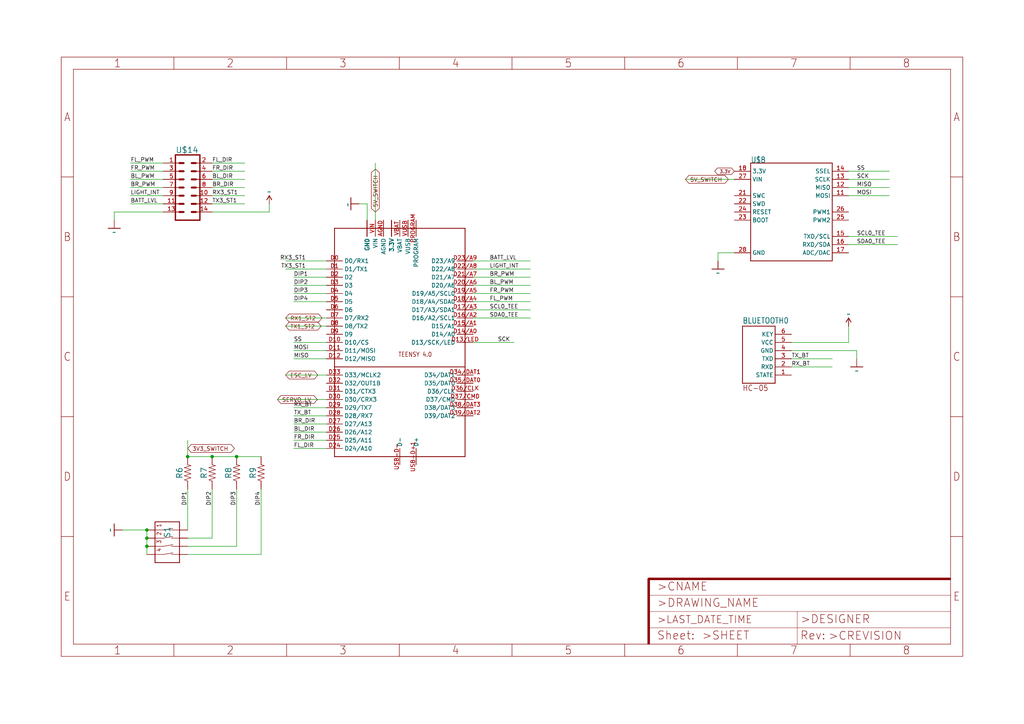
<source format=kicad_sch>
(kicad_sch (version 20211123) (generator eeschema)
  (paper "User" 318.77 225.501)
  (lib_symbols
    (symbol "layer3-eagle-import:3.3V" (power)
      (property "Value" "3.3V" (at 0 2.794 0))
      (symbol "3.3V_1_0"
        (polyline (pts (xy 0 2.54) (xy -0.762 1.27)) (stroke (width 0.254)))
        (polyline (pts (xy 0.762 1.27) (xy 0 2.54)) (stroke (width 0.254)))
        (pin power_in line (at 0 0 90) (length 2.54) (name "3.3V") (number "1"))
      )
    )
    (symbol "layer3-eagle-import:CONN_07X2"
      (property "Value" "CONN_07X2" (at -3.81 -12.446 0))
      (symbol "CONN_07X2_1_0"
        (polyline (pts (xy -3.81 10.16) (xy -3.81 -10.16)) (stroke (width 0.4064)))
        (polyline (pts (xy -3.81 10.16) (xy 3.81 10.16)) (stroke (width 0.4064)))
        (polyline (pts (xy -1.27 -7.62) (xy -2.54 -7.62)) (stroke (width 0.6096)))
        (polyline (pts (xy -1.27 -5.08) (xy -2.54 -5.08)) (stroke (width 0.6096)))
        (polyline (pts (xy -1.27 -2.54) (xy -2.54 -2.54)) (stroke (width 0.6096)))
        (polyline (pts (xy -1.27 0) (xy -2.54 0)) (stroke (width 0.6096)))
        (polyline (pts (xy -1.27 2.54) (xy -2.54 2.54)) (stroke (width 0.6096)))
        (polyline (pts (xy -1.27 5.08) (xy -2.54 5.08)) (stroke (width 0.6096)))
        (polyline (pts (xy -1.27 7.62) (xy -2.54 7.62)) (stroke (width 0.6096)))
        (polyline (pts (xy 1.27 -7.62) (xy 2.54 -7.62)) (stroke (width 0.6096)))
        (polyline (pts (xy 1.27 -5.08) (xy 2.54 -5.08)) (stroke (width 0.6096)))
        (polyline (pts (xy 1.27 -2.54) (xy 2.54 -2.54)) (stroke (width 0.6096)))
        (polyline (pts (xy 1.27 0) (xy 2.54 0)) (stroke (width 0.6096)))
        (polyline (pts (xy 1.27 2.54) (xy 2.54 2.54)) (stroke (width 0.6096)))
        (polyline (pts (xy 1.27 5.08) (xy 2.54 5.08)) (stroke (width 0.6096)))
        (polyline (pts (xy 1.27 7.62) (xy 2.54 7.62)) (stroke (width 0.6096)))
        (polyline (pts (xy 3.81 -10.16) (xy -3.81 -10.16)) (stroke (width 0.4064)))
        (polyline (pts (xy 3.81 -10.16) (xy 3.81 10.16)) (stroke (width 0.4064)))
        (pin passive line (at -7.62 7.62 0) (length 5.08) (name "1") (number "1"))
        (pin passive line (at 7.62 -2.54 180) (length 5.08) (name "10") (number "10"))
        (pin passive line (at -7.62 -5.08 0) (length 5.08) (name "11") (number "11"))
        (pin passive line (at 7.62 -5.08 180) (length 5.08) (name "12") (number "12"))
        (pin passive line (at -7.62 -7.62 0) (length 5.08) (name "13") (number "13"))
        (pin passive line (at 7.62 -7.62 180) (length 5.08) (name "14") (number "14"))
        (pin passive line (at 7.62 7.62 180) (length 5.08) (name "2") (number "2"))
        (pin passive line (at -7.62 5.08 0) (length 5.08) (name "3") (number "3"))
        (pin passive line (at 7.62 5.08 180) (length 5.08) (name "4") (number "4"))
        (pin passive line (at -7.62 2.54 0) (length 5.08) (name "5") (number "5"))
        (pin passive line (at 7.62 2.54 180) (length 5.08) (name "6") (number "6"))
        (pin passive line (at -7.62 0 0) (length 5.08) (name "7") (number "7"))
        (pin passive line (at 7.62 0 180) (length 5.08) (name "8") (number "8"))
        (pin passive line (at -7.62 -2.54 0) (length 5.08) (name "9") (number "9"))
      )
    )
    (symbol "layer3-eagle-import:DIP-04SMD"
      (property "Reference" "S" (at -5.08 5.334 0))
      (property "Value" "DIP-04SMD" (at -5.08 -7.874 0))
      (symbol "DIP-04SMD_1_0"
        (polyline (pts (xy -5.08 -7.62) (xy -5.08 5.08)) (stroke (width 0.254)))
        (polyline (pts (xy -5.08 -5.08) (xy -2.54 -5.08)) (stroke (width 0.1524)))
        (polyline (pts (xy -5.08 -2.54) (xy -2.54 -2.54)) (stroke (width 0.1524)))
        (polyline (pts (xy -5.08 0) (xy -2.54 0)) (stroke (width 0.1524)))
        (polyline (pts (xy -5.08 2.54) (xy -2.54 2.54)) (stroke (width 0.1524)))
        (polyline (pts (xy -5.08 5.08) (xy 2.54 5.08)) (stroke (width 0.254)))
        (polyline (pts (xy -2.54 -5.08) (xy 0.508 -4.572)) (stroke (width 0.1524)))
        (polyline (pts (xy -2.54 -2.54) (xy 0.508 -2.032)) (stroke (width 0.1524)))
        (polyline (pts (xy -2.54 0) (xy 0.508 0.508)) (stroke (width 0.1524)))
        (polyline (pts (xy -2.54 2.54) (xy 0.508 3.048)) (stroke (width 0.1524)))
        (polyline (pts (xy 2.54 -7.62) (xy -5.08 -7.62)) (stroke (width 0.254)))
        (polyline (pts (xy 2.54 -5.08) (xy 0 -5.08)) (stroke (width 0.1524)))
        (polyline (pts (xy 2.54 -2.54) (xy 0 -2.54)) (stroke (width 0.1524)))
        (polyline (pts (xy 2.54 0) (xy 0 0)) (stroke (width 0.1524)))
        (polyline (pts (xy 2.54 2.54) (xy 0 2.54)) (stroke (width 0.1524)))
        (polyline (pts (xy 2.54 5.08) (xy 2.54 -7.62)) (stroke (width 0.254)))
        (text "1" (at -4.572 4.572 900) (effects (font (size 1.27 1.0795)) (justify right top)))
        (text "2" (at -4.572 2.032 900) (effects (font (size 1.27 1.0795)) (justify right top)))
        (text "3" (at -4.572 -0.508 900) (effects (font (size 1.27 1.0795)) (justify right top)))
        (text "4" (at -4.572 -3.048 900) (effects (font (size 1.27 1.0795)) (justify right top)))
        (pin bidirectional line (at 5.08 2.54 180) (length 2.54) (name "1A") (number "1"))
        (pin bidirectional line (at 5.08 0 180) (length 2.54) (name "2A") (number "2"))
        (pin bidirectional line (at 5.08 -2.54 180) (length 2.54) (name "3A") (number "3"))
        (pin bidirectional line (at 5.08 -5.08 180) (length 2.54) (name "4A") (number "4"))
        (pin bidirectional line (at -7.62 -5.08 0) (length 2.54) (name "4B") (number "5"))
        (pin bidirectional line (at -7.62 -2.54 0) (length 2.54) (name "3B") (number "6"))
        (pin bidirectional line (at -7.62 0 0) (length 2.54) (name "2B") (number "7"))
        (pin bidirectional line (at -7.62 2.54 0) (length 2.54) (name "1B") (number "8"))
      )
    )
    (symbol "layer3-eagle-import:FRAME-A4L"
      (symbol "FRAME-A4L_0_0"
        (polyline (pts (xy -3.81 33.528) (xy 0 33.528)))
        (polyline (pts (xy -3.81 70.866) (xy 0 70.866)))
        (polyline (pts (xy -3.81 108.204) (xy 0 108.204)))
        (polyline (pts (xy -3.81 145.542) (xy 0 145.542)))
        (polyline (pts (xy 0 0) (xy 0 179.07)))
        (polyline (pts (xy 31.2738 -3.81) (xy 31.2738 0)))
        (polyline (pts (xy 31.2738 179.07) (xy 31.2738 182.88)))
        (polyline (pts (xy 66.3575 -3.81) (xy 66.3575 0)))
        (polyline (pts (xy 66.3575 179.07) (xy 66.3575 182.88)))
        (polyline (pts (xy 101.4413 -3.81) (xy 101.4413 0)))
        (polyline (pts (xy 101.4413 179.07) (xy 101.4413 182.88)))
        (polyline (pts (xy 136.525 -3.81) (xy 136.525 0)))
        (polyline (pts (xy 136.525 179.07) (xy 136.525 182.88)))
        (polyline (pts (xy 171.6088 -3.81) (xy 171.6088 0)))
        (polyline (pts (xy 171.6088 179.07) (xy 171.6088 182.88)))
        (polyline (pts (xy 206.6925 -3.81) (xy 206.6925 0)))
        (polyline (pts (xy 206.6925 179.07) (xy 206.6925 182.88)))
        (polyline (pts (xy 241.7763 -3.81) (xy 241.7763 0)))
        (polyline (pts (xy 241.7763 179.07) (xy 241.7763 182.88)))
        (polyline (pts (xy 273.05 0) (xy 0 0)))
        (polyline (pts (xy 273.05 0) (xy 273.05 179.07)))
        (polyline (pts (xy 273.05 33.528) (xy 276.86 33.528)))
        (polyline (pts (xy 273.05 70.866) (xy 276.86 70.866)))
        (polyline (pts (xy 273.05 108.204) (xy 276.86 108.204)))
        (polyline (pts (xy 273.05 145.542) (xy 276.86 145.542)))
        (polyline (pts (xy 273.05 179.07) (xy 0 179.07)))
        (polyline (pts (xy -3.81 -3.81) (xy 276.86 -3.81) (xy 276.86 182.88) (xy -3.81 182.88) (xy -3.81 -3.81)))
        (text "1" (at 13.7319 -1.905 0) (effects (font (size 2.54 2.286))))
        (text "1" (at 13.7319 180.975 0) (effects (font (size 2.54 2.286))))
        (text "2" (at 48.8156 -1.905 0) (effects (font (size 2.54 2.286))))
        (text "2" (at 48.8156 180.975 0) (effects (font (size 2.54 2.286))))
        (text "3" (at 83.8994 -1.905 0) (effects (font (size 2.54 2.286))))
        (text "3" (at 83.8994 180.975 0) (effects (font (size 2.54 2.286))))
        (text "4" (at 118.9831 -1.905 0) (effects (font (size 2.54 2.286))))
        (text "4" (at 118.9831 180.975 0) (effects (font (size 2.54 2.286))))
        (text "5" (at 154.0669 -1.905 0) (effects (font (size 2.54 2.286))))
        (text "5" (at 154.0669 180.975 0) (effects (font (size 2.54 2.286))))
        (text "6" (at 189.1506 -1.905 0) (effects (font (size 2.54 2.286))))
        (text "6" (at 189.1506 180.975 0) (effects (font (size 2.54 2.286))))
        (text "7" (at 224.2344 -1.905 0) (effects (font (size 2.54 2.286))))
        (text "7" (at 224.2344 180.975 0) (effects (font (size 2.54 2.286))))
        (text "8" (at 259.3181 -1.905 0) (effects (font (size 2.54 2.286))))
        (text "8" (at 259.3181 180.975 0) (effects (font (size 2.54 2.286))))
        (text "A" (at -1.905 164.211 0) (effects (font (size 2.54 2.286))))
        (text "A" (at 274.955 164.211 0) (effects (font (size 2.54 2.286))))
        (text "B" (at -1.905 126.873 0) (effects (font (size 2.54 2.286))))
        (text "B" (at 274.955 126.873 0) (effects (font (size 2.54 2.286))))
        (text "C" (at -1.905 89.535 0) (effects (font (size 2.54 2.286))))
        (text "C" (at 274.955 89.535 0) (effects (font (size 2.54 2.286))))
        (text "D" (at -1.905 52.197 0) (effects (font (size 2.54 2.286))))
        (text "D" (at 274.955 52.197 0) (effects (font (size 2.54 2.286))))
        (text "E" (at -1.905 14.859 0) (effects (font (size 2.54 2.286))))
        (text "E" (at 274.955 14.859 0) (effects (font (size 2.54 2.286))))
      )
      (symbol "FRAME-A4L_1_0"
        (polyline (pts (xy 179.07 10.16) (xy 225.29 10.16)) (stroke (width 0.1016)))
        (polyline (pts (xy 179.07 15.24) (xy 273.05 15.24)) (stroke (width 0.1016)))
        (polyline (pts (xy 179.07 19.05) (xy 179.07 20.32)) (stroke (width 0.6096)))
        (polyline (pts (xy 179.07 20.32) (xy 180.34 20.32)) (stroke (width 0.6096)))
        (polyline (pts (xy 225.29 -0.1) (xy 225.29 5.08)) (stroke (width 0.1016)))
        (polyline (pts (xy 225.29 5.08) (xy 179.07 5.08)) (stroke (width 0.1016)))
        (polyline (pts (xy 225.29 5.08) (xy 225.29 10.16)) (stroke (width 0.1016)))
        (polyline (pts (xy 225.29 5.08) (xy 273.05 5.08)) (stroke (width 0.1016)))
        (polyline (pts (xy 225.29 10.16) (xy 273.05 10.16)) (stroke (width 0.1016)))
        (rectangle (start 178.7652 0) (end 179.3748 20.32) (fill (type outline)))
        (rectangle (start 179.07 20.6248) (end 273.05 20.0152) (fill (type outline)))
        (text ">CNAME" (at 181.61 16.51 0) (effects (font (size 2.54 2.54)) (justify left bottom)))
        (text ">CREVISION" (at 234.92 1.17 0) (effects (font (size 2.54 2.54)) (justify left bottom)))
        (text ">DESIGNER" (at 226.26 6.35 0) (effects (font (size 2.54 2.54)) (justify left bottom)))
        (text ">DRAWING_NAME" (at 181.61 11.43 0) (effects (font (size 2.54 2.54)) (justify left bottom)))
        (text ">LAST_DATE_TIME" (at 181.61 6.35 0) (effects (font (size 2.286 2.286)) (justify left bottom)))
        (text ">SHEET" (at 195.58 1.27 0) (effects (font (size 2.54 2.54)) (justify left bottom)))
        (text "Rev:" (at 226.16 1.27 0) (effects (font (size 2.54 2.54)) (justify left bottom)))
        (text "Sheet:" (at 181.61 1.27 0) (effects (font (size 2.54 2.54)) (justify left bottom)))
      )
    )
    (symbol "layer3-eagle-import:GND" (power)
      (property "Value" "GND" (at 0 -0.254 0))
      (symbol "GND_1_0"
        (polyline (pts (xy -1.905 0) (xy 1.905 0)) (stroke (width 0.254)))
        (pin power_in line (at 0 2.54 270) (length 2.54) (name "GND") (number "1"))
      )
    )
    (symbol "layer3-eagle-import:HC-05"
      (property "Reference" "U" (at -7.62 8.382 0))
      (symbol "HC-05_1_0"
        (polyline (pts (xy -7.62 -10.16) (xy -7.62 7.62)) (stroke (width 0.254)))
        (polyline (pts (xy -7.62 7.62) (xy 2.54 7.62)) (stroke (width 0.254)))
        (polyline (pts (xy 2.54 -10.16) (xy -7.62 -10.16)) (stroke (width 0.254)))
        (polyline (pts (xy 2.54 7.62) (xy 2.54 -10.16)) (stroke (width 0.254)))
        (text "HC-05" (at -7.62 -12.7 0) (effects (font (size 1.778 1.5113)) (justify left bottom)))
        (pin bidirectional line (at 7.62 -7.62 180) (length 5.08) (name "STATE") (number "1"))
        (pin bidirectional line (at 7.62 -5.08 180) (length 5.08) (name "RXD") (number "2"))
        (pin bidirectional line (at 7.62 -2.54 180) (length 5.08) (name "TXD") (number "3"))
        (pin power_in line (at 7.62 0 180) (length 5.08) (name "GND") (number "4"))
        (pin power_in line (at 7.62 2.54 180) (length 5.08) (name "VCC") (number "5"))
        (pin bidirectional line (at 7.62 5.08 180) (length 5.08) (name "KEY") (number "6"))
      )
    )
    (symbol "layer3-eagle-import:OPENMV3"
      (property "Value" "OPENMV3" (at 2.54 -20.32 0))
      (symbol "OPENMV3_1_0"
        (polyline (pts (xy -12.7 -17.78) (xy -12.7 12.7)) (stroke (width 0.254)))
        (polyline (pts (xy -12.7 12.7) (xy 12.7 12.7)) (stroke (width 0.254)))
        (polyline (pts (xy 12.7 -17.78) (xy -12.7 -17.78)) (stroke (width 0.254)))
        (polyline (pts (xy 12.7 12.7) (xy 12.7 -17.78)) (stroke (width 0.254)))
        (pin bidirectional line (at 17.78 2.54 180) (length 5.08) (name "MOSI") (number "11"))
        (pin bidirectional line (at 17.78 5.08 180) (length 5.08) (name "MISO") (number "12"))
        (pin bidirectional line (at 17.78 7.62 180) (length 5.08) (name "SCLK") (number "13"))
        (pin bidirectional line (at 17.78 10.16 180) (length 5.08) (name "SSEL") (number "14"))
        (pin bidirectional line (at 17.78 -10.16 180) (length 5.08) (name "TXD/SCL") (number "15"))
        (pin bidirectional line (at 17.78 -12.7 180) (length 5.08) (name "RXD/SDA") (number "16"))
        (pin bidirectional line (at 17.78 -15.24 180) (length 5.08) (name "ADC/DAC") (number "17"))
        (pin power_in line (at -17.78 10.16 0) (length 5.08) (name "3.3V") (number "18"))
        (pin bidirectional line (at -17.78 2.54 0) (length 5.08) (name "SWC") (number "21"))
        (pin bidirectional line (at -17.78 0 0) (length 5.08) (name "SWD") (number "22"))
        (pin bidirectional line (at -17.78 -5.08 0) (length 5.08) (name "BOOT") (number "23"))
        (pin bidirectional line (at -17.78 -2.54 0) (length 5.08) (name "RESET") (number "24"))
        (pin bidirectional line (at 17.78 -5.08 180) (length 5.08) (name "PWM2") (number "25"))
        (pin bidirectional line (at 17.78 -2.54 180) (length 5.08) (name "PWM1") (number "26"))
        (pin power_in line (at -17.78 7.62 0) (length 5.08) (name "VIN") (number "27"))
        (pin power_in line (at -17.78 -15.24 0) (length 5.08) (name "GND") (number "28"))
      )
    )
    (symbol "layer3-eagle-import:RESISTOR0603"
      (property "Reference" "R" (at 0 1.524 0))
      (property "Value" "RESISTOR0603" (at 0 -1.524 0))
      (symbol "RESISTOR0603_1_0"
        (polyline (pts (xy -2.54 0) (xy -2.159 1.016)) (stroke (width 0.1524)))
        (polyline (pts (xy -2.159 1.016) (xy -1.524 -1.016)) (stroke (width 0.1524)))
        (polyline (pts (xy -1.524 -1.016) (xy -0.889 1.016)) (stroke (width 0.1524)))
        (polyline (pts (xy -0.889 1.016) (xy -0.254 -1.016)) (stroke (width 0.1524)))
        (polyline (pts (xy -0.254 -1.016) (xy 0.381 1.016)) (stroke (width 0.1524)))
        (polyline (pts (xy 0.381 1.016) (xy 1.016 -1.016)) (stroke (width 0.1524)))
        (polyline (pts (xy 1.016 -1.016) (xy 1.651 1.016)) (stroke (width 0.1524)))
        (polyline (pts (xy 1.651 1.016) (xy 2.286 -1.016)) (stroke (width 0.1524)))
        (polyline (pts (xy 2.286 -1.016) (xy 2.54 0)) (stroke (width 0.1524)))
        (pin passive line (at -5.08 0 0) (length 2.54) (name "1") (number "1"))
        (pin passive line (at 5.08 0 180) (length 2.54) (name "2") (number "2"))
      )
    )
    (symbol "layer3-eagle-import:TEENSY-4.0-FULL-BREAKOUT-PINS"
      (symbol "TEENSY-4.0-FULL-BREAKOUT-PINS_1_0"
        (polyline (pts (xy 0 0) (xy 40.64 0)) (stroke (width 0.254)))
        (polyline (pts (xy 0 27.94) (xy 0 0)) (stroke (width 0.254)))
        (polyline (pts (xy 0 27.94) (xy 40.64 27.94)) (stroke (width 0.254)))
        (polyline (pts (xy 0 71.12) (xy 0 27.94)) (stroke (width 0.254)))
        (polyline (pts (xy 0 71.12) (xy 40.64 71.12)) (stroke (width 0.254)))
        (polyline (pts (xy 40.64 0) (xy 40.64 27.94)) (stroke (width 0.254)))
        (polyline (pts (xy 40.64 27.94) (xy 40.64 71.12)) (stroke (width 0.254)))
        (text "TEENSY 4.0" (at 19.812 30.988 0) (effects (font (size 1.4224 1.209)) (justify left bottom)))
        (pin bidirectional line (at 17.78 73.66 270) (length 5.08) (name "3.3V") (number "3.3V@1"))
        (pin bidirectional line (at 17.78 73.66 270) (length 5.08) (name "3.3V") (number "3.3V@2"))
        (pin bidirectional line (at 17.78 73.66 270) (length 5.08) (name "3.3V") (number "3V3"))
        (pin bidirectional line (at 15.24 73.66 270) (length 5.08) (name "AGND") (number "AGND"))
        (pin bidirectional line (at -2.54 60.96 0) (length 5.08) (name "D0/RX1") (number "D0"))
        (pin bidirectional line (at -2.54 58.42 0) (length 5.08) (name "D1/TX1") (number "D1"))
        (pin bidirectional line (at -2.54 35.56 0) (length 5.08) (name "D10/CS") (number "D10"))
        (pin bidirectional line (at -2.54 33.02 0) (length 5.08) (name "D11/MOSI") (number "D11"))
        (pin bidirectional line (at -2.54 30.48 0) (length 5.08) (name "D12/MISO") (number "D12"))
        (pin bidirectional line (at 43.18 35.56 180) (length 5.08) (name "D13/SCK/LED") (number "D13/LED"))
        (pin bidirectional line (at 43.18 38.1 180) (length 5.08) (name "D14/A0") (number "D14/A0"))
        (pin bidirectional line (at 43.18 40.64 180) (length 5.08) (name "D15/A1") (number "D15/A1"))
        (pin bidirectional line (at 43.18 43.18 180) (length 5.08) (name "D16/A2/SCL1") (number "D16/A2"))
        (pin bidirectional line (at 43.18 45.72 180) (length 5.08) (name "D17/A3/SDA1") (number "D17/A3"))
        (pin bidirectional line (at 43.18 48.26 180) (length 5.08) (name "D18/A4/SDA0") (number "D18/A4"))
        (pin bidirectional line (at 43.18 50.8 180) (length 5.08) (name "D19/A5/SCL0") (number "D19/A5"))
        (pin bidirectional line (at -2.54 55.88 0) (length 5.08) (name "D2") (number "D2"))
        (pin bidirectional line (at 43.18 53.34 180) (length 5.08) (name "D20/A6") (number "D20/A6"))
        (pin bidirectional line (at 43.18 55.88 180) (length 5.08) (name "D21/A7") (number "D21/A7"))
        (pin bidirectional line (at 43.18 58.42 180) (length 5.08) (name "D22/A8") (number "D22/A8"))
        (pin bidirectional line (at 43.18 60.96 180) (length 5.08) (name "D23/A9") (number "D23/A9"))
        (pin bidirectional line (at -2.54 2.54 0) (length 5.08) (name "D24/A10") (number "D24"))
        (pin bidirectional line (at -2.54 5.08 0) (length 5.08) (name "D25/A11") (number "D25"))
        (pin bidirectional line (at -2.54 7.62 0) (length 5.08) (name "D26/A12") (number "D26"))
        (pin bidirectional line (at -2.54 10.16 0) (length 5.08) (name "D27/A13") (number "D27"))
        (pin bidirectional line (at -2.54 12.7 0) (length 5.08) (name "D28/RX7") (number "D28"))
        (pin bidirectional line (at -2.54 15.24 0) (length 5.08) (name "D29/TX7") (number "D29"))
        (pin bidirectional line (at -2.54 53.34 0) (length 5.08) (name "D3") (number "D3"))
        (pin bidirectional line (at -2.54 17.78 0) (length 5.08) (name "D30/CRX3") (number "D30"))
        (pin bidirectional line (at -2.54 20.32 0) (length 5.08) (name "D31/CTX3") (number "D31"))
        (pin bidirectional line (at -2.54 22.86 0) (length 5.08) (name "D32/OUT1B") (number "D32"))
        (pin bidirectional line (at -2.54 25.4 0) (length 5.08) (name "D33/MCLK2") (number "D33"))
        (pin bidirectional line (at 43.18 25.4 180) (length 5.08) (name "D34/DAT1") (number "D34/DAT1"))
        (pin bidirectional line (at 43.18 22.86 180) (length 5.08) (name "D35/DAT0") (number "D35/DAT0"))
        (pin bidirectional line (at 43.18 20.32 180) (length 5.08) (name "D36/CLK") (number "D36/CLK"))
        (pin bidirectional line (at 43.18 17.78 180) (length 5.08) (name "D37/CMD") (number "D37/CMD"))
        (pin bidirectional line (at 43.18 15.24 180) (length 5.08) (name "D38/DAT3") (number "D38/DAT3"))
        (pin bidirectional line (at 43.18 12.7 180) (length 5.08) (name "D39/DAT2") (number "D39/DAT2"))
        (pin bidirectional line (at -2.54 50.8 0) (length 5.08) (name "D4") (number "D4"))
        (pin bidirectional line (at -2.54 48.26 0) (length 5.08) (name "D5") (number "D5"))
        (pin bidirectional line (at -2.54 45.72 0) (length 5.08) (name "D6") (number "D6"))
        (pin bidirectional line (at -2.54 43.18 0) (length 5.08) (name "D7/RX2") (number "D7"))
        (pin bidirectional line (at -2.54 40.64 0) (length 5.08) (name "D8/TX2") (number "D8"))
        (pin bidirectional line (at -2.54 38.1 0) (length 5.08) (name "D9") (number "D9"))
        (pin bidirectional line (at 10.16 73.66 270) (length 5.08) (name "GND") (number "GND"))
        (pin bidirectional line (at 10.16 73.66 270) (length 5.08) (name "GND") (number "GND@1"))
        (pin bidirectional line (at 10.16 73.66 270) (length 5.08) (name "GND") (number "GND@2"))
        (pin bidirectional line (at 17.78 73.66 270) (length 5.08) (name "3.3V") (number "ON/OFF"))
        (pin bidirectional line (at 10.16 73.66 270) (length 5.08) (name "GND") (number "P$11"))
        (pin bidirectional line (at 10.16 73.66 270) (length 5.08) (name "GND") (number "P$12"))
        (pin bidirectional line (at 25.4 73.66 270) (length 5.08) (name "PROGRAM") (number "PROGRAM"))
        (pin bidirectional line (at 25.4 -2.54 90) (length 5.08) (name "D+") (number "USB-D+1"))
        (pin bidirectional line (at 20.32 -2.54 90) (length 5.08) (name "D-") (number "USB-D-"))
        (pin bidirectional line (at 20.32 73.66 270) (length 5.08) (name "VBAT") (number "VBAT"))
        (pin bidirectional line (at 12.7 73.66 270) (length 5.08) (name "VIN") (number "VIN"))
        (pin bidirectional line (at 22.86 73.66 270) (length 5.08) (name "VUSB") (number "VUSB"))
      )
    )
  )
  (junction (at 45.72 170.18))
  (junction (at 45.72 165.1))
  (junction (at 45.72 167.64))
  (junction (at 73.66 142.24))
  (junction (at 58.42 142.24))
  (junction (at 66.04 142.24))
  (wire (pts (xy 66.04 55.88) (xy 76.2 55.88)))
  (wire (pts (xy 58.42 165.1) (xy 58.42 152.4)))
  (wire (pts (xy 66.04 58.42) (xy 76.2 58.42)))
  (wire (pts (xy 45.72 165.1) (xy 38.1 165.1)))
  (wire (pts (xy 58.42 167.64) (xy 66.04 167.64)))
  (wire (pts (xy 40.64 50.8) (xy 50.8 50.8)))
  (wire (pts (xy 40.64 63.5) (xy 50.8 63.5)))
  (wire (pts (xy 45.72 172.72) (xy 45.72 170.18)))
  (wire (pts (xy 40.64 58.42) (xy 50.8 58.42)))
  (wire (pts (xy 101.6 134.62) (xy 91.44 134.62)))
  (wire (pts (xy 83.82 66.04) (xy 83.82 63.5)))
  (wire (pts (xy 101.6 106.68) (xy 91.44 106.68)))
  (wire (pts (xy 147.32 81.28) (xy 165.1 81.28)))
  (wire (pts (xy 228.6 55.88) (xy 213.36 55.88)))
  (wire (pts (xy 101.6 101.6) (xy 88.9 101.6)))
  (wire (pts (xy 35.56 66.04) (xy 50.8 66.04)))
  (wire (pts (xy 264.16 53.34) (xy 276.86 53.34)))
  (wire (pts (xy 114.3 68.58) (xy 114.3 63.5)))
  (wire (pts (xy 88.9 83.82) (xy 101.6 83.82)))
  (wire (pts (xy 101.6 111.76) (xy 91.44 111.76)))
  (wire (pts (xy 58.42 170.18) (xy 73.66 170.18)))
  (wire (pts (xy 116.84 68.58) (xy 116.84 50.8)))
  (wire (pts (xy 114.3 63.5) (xy 111.76 63.5)))
  (wire (pts (xy 246.38 109.22) (xy 266.7 109.22)))
  (wire (pts (xy 101.6 91.44) (xy 91.44 91.44)))
  (wire (pts (xy 101.6 129.54) (xy 91.44 129.54)))
  (wire (pts (xy 264.16 58.42) (xy 276.86 58.42)))
  (wire (pts (xy 147.32 99.06) (xy 165.1 99.06)))
  (wire (pts (xy 66.04 53.34) (xy 76.2 53.34)))
  (wire (pts (xy 101.6 137.16) (xy 91.44 137.16)))
  (wire (pts (xy 101.6 124.46) (xy 86.36 124.46)))
  (wire (pts (xy 147.32 93.98) (xy 165.1 93.98)))
  (wire (pts (xy 58.42 142.24) (xy 58.42 137.16)))
  (wire (pts (xy 264.16 60.96) (xy 276.86 60.96)))
  (wire (pts (xy 246.38 111.76) (xy 259.08 111.76)))
  (wire (pts (xy 73.66 170.18) (xy 73.66 152.4)))
  (wire (pts (xy 35.56 66.04) (xy 35.56 68.58)))
  (wire (pts (xy 73.66 142.24) (xy 81.28 142.24)))
  (wire (pts (xy 147.32 96.52) (xy 165.1 96.52)))
  (wire (pts (xy 101.6 88.9) (xy 91.44 88.9)))
  (wire (pts (xy 81.28 172.72) (xy 81.28 152.4)))
  (wire (pts (xy 223.52 78.74) (xy 223.52 81.28)))
  (wire (pts (xy 45.72 170.18) (xy 45.72 167.64)))
  (wire (pts (xy 101.6 127) (xy 91.44 127)))
  (wire (pts (xy 58.42 142.24) (xy 66.04 142.24)))
  (wire (pts (xy 228.6 78.74) (xy 223.52 78.74)))
  (wire (pts (xy 264.16 55.88) (xy 276.86 55.88)))
  (wire (pts (xy 40.64 53.34) (xy 50.8 53.34)))
  (wire (pts (xy 160.02 106.68) (xy 147.32 106.68)))
  (wire (pts (xy 147.32 86.36) (xy 165.1 86.36)))
  (wire (pts (xy 147.32 83.82) (xy 165.1 83.82)))
  (wire (pts (xy 246.38 114.3) (xy 259.08 114.3)))
  (wire (pts (xy 266.7 109.22) (xy 266.7 111.76)))
  (wire (pts (xy 101.6 99.06) (xy 88.9 99.06)))
  (wire (pts (xy 264.16 76.2) (xy 279.4 76.2)))
  (wire (pts (xy 45.72 167.64) (xy 45.72 165.1)))
  (wire (pts (xy 101.6 116.84) (xy 88.9 116.84)))
  (wire (pts (xy 101.6 86.36) (xy 91.44 86.36)))
  (wire (pts (xy 66.04 60.96) (xy 76.2 60.96)))
  (wire (pts (xy 40.64 55.88) (xy 50.8 55.88)))
  (wire (pts (xy 101.6 139.7) (xy 91.44 139.7)))
  (wire (pts (xy 264.16 106.68) (xy 264.16 101.6)))
  (wire (pts (xy 88.9 81.28) (xy 101.6 81.28)))
  (wire (pts (xy 58.42 172.72) (xy 81.28 172.72)))
  (wire (pts (xy 101.6 109.22) (xy 91.44 109.22)))
  (wire (pts (xy 101.6 93.98) (xy 91.44 93.98)))
  (wire (pts (xy 147.32 88.9) (xy 165.1 88.9)))
  (wire (pts (xy 66.04 63.5) (xy 76.2 63.5)))
  (wire (pts (xy 147.32 91.44) (xy 165.1 91.44)))
  (wire (pts (xy 66.04 167.64) (xy 66.04 152.4)))
  (wire (pts (xy 66.04 50.8) (xy 76.2 50.8)))
  (wire (pts (xy 66.04 66.04) (xy 83.82 66.04)))
  (wire (pts (xy 246.38 106.68) (xy 264.16 106.68)))
  (wire (pts (xy 66.04 142.24) (xy 73.66 142.24)))
  (wire (pts (xy 40.64 60.96) (xy 50.8 60.96)))
  (wire (pts (xy 264.16 73.66) (xy 279.4 73.66)))
  (wire (pts (xy 101.6 132.08) (xy 91.44 132.08)))
  (label "FL_DIR" (at 66.04 50.8 0) (effects (font (size 1.2446 1.2446))))
  (label "SCK" (at 154.94 106.68 0) (effects (font (size 1.2446 1.2446))))
  (label "SCL0_TEE" (at 152.4 96.52 0) (effects (font (size 1.2446 1.2446))))
  (label "DIP1" (at 58.42 157.48 90) (effects (font (size 1.2446 1.2446))))
  (label "DIP4" (at 91.44 93.98 0) (effects (font (size 1.2446 1.2446))))
  (label "FR_PWM" (at 152.4 91.44 0) (effects (font (size 1.2446 1.2446))))
  (label "RX3_ST1" (at 95.25 81.28 180) (effects (font (size 1.2446 1.2446))))
  (label "TX_BT" (at 246.38 111.76 0) (effects (font (size 1.2446 1.2446))))
  (label "FL_PWM" (at 40.64 50.8 0) (effects (font (size 1.2446 1.2446))))
  (label "TX_BT" (at 91.44 129.54 0) (effects (font (size 1.2446 1.2446))))
  (label "DIP2" (at 91.44 88.9 0) (effects (font (size 1.2446 1.2446))))
  (label "RX_BT" (at 246.38 114.3 0) (effects (font (size 1.2446 1.2446))))
  (label "BR_PWM" (at 40.64 58.42 0) (effects (font (size 1.2446 1.2446))))
  (label "DIP3" (at 73.66 157.48 90) (effects (font (size 1.2446 1.2446))))
  (label "BL_DIR" (at 91.44 134.62 0) (effects (font (size 1.2446 1.2446))))
  (label "DIP2" (at 66.04 157.48 90) (effects (font (size 1.2446 1.2446))))
  (label "RX_BT" (at 91.44 127 0) (effects (font (size 1.2446 1.2446))))
  (label "MISO" (at 91.44 111.76 0) (effects (font (size 1.2446 1.2446))))
  (label "BL_PWM" (at 40.64 55.88 0) (effects (font (size 1.2446 1.2446))))
  (label "SS" (at 266.7 53.34 0) (effects (font (size 1.2446 1.2446))))
  (label "LIGHT_INT" (at 152.4 83.82 0) (effects (font (size 1.2446 1.2446))))
  (label "BATT_LVL" (at 152.4 81.28 0) (effects (font (size 1.2446 1.2446))))
  (label "DIP3" (at 91.44 91.44 0) (effects (font (size 1.2446 1.2446))))
  (label "SDA0_TEE" (at 152.4 99.06 0) (effects (font (size 1.2446 1.2446))))
  (label "TX3_ST1" (at 66.04 63.5 0) (effects (font (size 1.2446 1.2446))))
  (label "BL_PWM" (at 152.4 88.9 0) (effects (font (size 1.2446 1.2446))))
  (label "LIGHT_INT" (at 40.64 60.96 0) (effects (font (size 1.2446 1.2446))))
  (label "RX3_ST1" (at 66.04 60.96 0) (effects (font (size 1.2446 1.2446))))
  (label "FL_DIR" (at 91.44 139.7 0) (effects (font (size 1.2446 1.2446))))
  (label "BL_DIR" (at 66.04 55.88 0) (effects (font (size 1.2446 1.2446))))
  (label "FL_PWM" (at 152.4 93.98 0) (effects (font (size 1.2446 1.2446))))
  (label "SCL0_TEE" (at 266.7 73.66 0) (effects (font (size 1.2446 1.2446))))
  (label "DIP1" (at 91.44 86.36 0) (effects (font (size 1.2446 1.2446))))
  (label "MOSI" (at 266.7 60.96 0) (effects (font (size 1.2446 1.2446))))
  (label "BR_PWM" (at 152.4 86.36 0) (effects (font (size 1.2446 1.2446))))
  (label "DIP4" (at 81.28 157.48 90) (effects (font (size 1.2446 1.2446))))
  (label "FR_PWM" (at 40.64 53.34 0) (effects (font (size 1.2446 1.2446))))
  (label "TX3_ST1" (at 95.25 83.82 180) (effects (font (size 1.2446 1.2446))))
  (label "FR_DIR" (at 91.44 137.16 0) (effects (font (size 1.2446 1.2446))))
  (label "SS" (at 91.44 106.68 0) (effects (font (size 1.2446 1.2446))))
  (label "BR_DIR" (at 66.04 58.42 0) (effects (font (size 1.2446 1.2446))))
  (label "BR_DIR" (at 91.44 132.08 0) (effects (font (size 1.2446 1.2446))))
  (label "SCK" (at 266.7 55.88 0) (effects (font (size 1.2446 1.2446))))
  (label "BATT_LVL" (at 40.64 63.5 0) (effects (font (size 1.2446 1.2446))))
  (label "SDA0_TEE" (at 266.7 76.2 0) (effects (font (size 1.2446 1.2446))))
  (label "FR_DIR" (at 66.04 53.34 0) (effects (font (size 1.2446 1.2446))))
  (label "MOSI" (at 91.44 109.22 0) (effects (font (size 1.2446 1.2446))))
  (label "MISO" (at 266.7 58.42 0) (effects (font (size 1.2446 1.2446))))
  (global_label "3.3V" (shape bidirectional) (at 228.6 53.34 180) (effects (font (size 1.016 1.016))) (property "Intersheet References" "${INTERSHEET_REFS}" (effects hide)))
  (global_label "5V_SWITCH" (shape bidirectional) (at 116.84 66.04 90) (effects (font (size 1.2446 1.2446))) (property "Intersheet References" "${INTERSHEET_REFS}" (effects hide)))
  (global_label "RX1_ST2" (shape bidirectional) (at 88.9 99.06 0) (effects (font (size 1.2446 1.2446))) (property "Intersheet References" "${INTERSHEET_REFS}" (effects hide)))
  (global_label "3V3_SWITCH" (shape bidirectional) (at 58.42 139.7 0) (effects (font (size 1.2446 1.2446))) (property "Intersheet References" "${INTERSHEET_REFS}" (effects hide)))
  (global_label "ESC_LV" (shape bidirectional) (at 88.9 116.84 0) (effects (font (size 1.2446 1.2446))) (property "Intersheet References" "${INTERSHEET_REFS}" (effects hide)))
  (global_label "SERVO_LV" (shape bidirectional) (at 86.36 124.46 0) (effects (font (size 1.2446 1.2446))) (property "Intersheet References" "${INTERSHEET_REFS}" (effects hide)))
  (global_label "5V_SWITCH" (shape bidirectional) (at 213.36 55.88 0) (effects (font (size 1.2446 1.2446))) (property "Intersheet References" "${INTERSHEET_REFS}" (effects hide)))
  (global_label "TX1_ST2" (shape bidirectional) (at 88.9 101.6 0) (effects (font (size 1.2446 1.2446))) (property "Intersheet References" "${INTERSHEET_REFS}" (effects hide)))
  (symbol (lib_id "layer3-eagle-import:GND") (at 35.56 71.12 0) (unit 1)
    (property "Reference" "#GND30" (effects hide))
  )
  (symbol (lib_id "layer3-eagle-import:GND") (at 266.7 114.3 0) (unit 1)
    (property "Reference" "#GND40" (effects hide))
  )
  (symbol (lib_id "layer3-eagle-import:GND") (at 223.52 83.82 0) (unit 1)
    (property "Reference" "#GND37" (effects hide))
  )
  (symbol (lib_id "layer3-eagle-import:RESISTOR0603") (at 58.42 147.32 90) (unit 1)
    (property "Reference" "R6" (at 56.896 147.32 0) (effects (font (size 1.778 1.778)) (justify bottom)))
  )
  (symbol (lib_id "layer3-eagle-import:CONN_07X2") (at 58.42 58.42 0) (unit 1)
    (property "Reference" "U$14" (at 54.61 47.752 0) (effects (font (size 1.778 1.778)) (justify left bottom)))
  )
  (symbol (lib_id "layer3-eagle-import:GND") (at 109.22 63.5 270) (unit 1)
    (property "Reference" "#GND35" (effects hide))
  )
  (symbol (lib_id "layer3-eagle-import:GND") (at 35.56 165.1 270) (unit 1)
    (property "Reference" "#GND38" (effects hide))
  )
  (symbol (lib_id "layer3-eagle-import:RESISTOR0603") (at 81.28 147.32 90) (unit 1)
    (property "Reference" "R9" (at 79.756 147.32 0) (effects (font (size 1.778 1.778)) (justify bottom)))
  )
  (symbol (lib_id "layer3-eagle-import:HC-05") (at 238.76 109.22 0) (unit 1)
    (property "Reference" "BLUETOOTH0" (at 231.14 100.838 0) (effects (font (size 1.778 1.5113)) (justify left bottom)))
  )
  (symbol (lib_id "layer3-eagle-import:FRAME-A4L") (at 22.86 200.66 0) (unit 1)
    (property "Reference" "#FRAME4" (effects hide))
  )
  (symbol (lib_id "layer3-eagle-import:RESISTOR0603") (at 73.66 147.32 90) (unit 1)
    (property "Reference" "R8" (at 72.136 147.32 0) (effects (font (size 1.778 1.778)) (justify bottom)))
  )
  (symbol (lib_id "layer3-eagle-import:TEENSY-4.0-FULL-BREAKOUT-PINS") (at 104.14 142.24 0) (unit 1)
    (property "Reference" "TEENSY4" (effects hide))
  )
  (symbol (lib_id "layer3-eagle-import:OPENMV3") (at 246.38 63.5 0) (unit 1)
    (property "Reference" "U$8" (at 233.68 50.8 0) (effects (font (size 1.778 1.5113)) (justify left bottom)))
  )
  (symbol (lib_id "layer3-eagle-import:DIP-04SMD") (at 53.34 167.64 0) (unit 1)
    (property "Reference" "S1" (at 53.086 167.64 90) (effects (font (size 1.778 1.778)) (justify left bottom)))
  )
  (symbol (lib_id "layer3-eagle-import:RESISTOR0603") (at 66.04 147.32 90) (unit 1)
    (property "Reference" "R7" (at 64.516 147.32 0) (effects (font (size 1.778 1.778)) (justify bottom)))
  )
  (symbol (lib_id "layer3-eagle-import:3.3V") (at 83.82 63.5 0) (unit 1)
    (property "Reference" "#SUPPLY25" (effects hide))
  )
  (symbol (lib_id "layer3-eagle-import:3.3V") (at 264.16 101.6 0) (unit 1)
    (property "Reference" "#SUPPLY2" (effects hide))
  )
)
</source>
